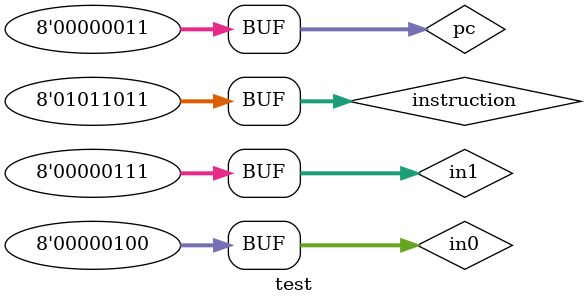
<source format=v>
module alu(
instruction,	//specifies the alu operation
pc,
in0, 		//first input
in1, 		//second input
out, 		//alu output
jump,
overflow);

input [7:0] instruction;
input [7:0] in0; 
input [7:0] in1;
input [7:0] pc;
	
output [7:0] out;
output [7:0] jump;
output overflow;

reg [7:0] out;
reg [7:0] jump;
reg overflow;
wire [3:0] opcode;
wire [1:0] imm2;
wire [3:0] imm4;


assign opcode = instruction[7:4];
assign imm2 = instruction [1:0];
assign imm4 = instruction [3:0];

always @(opcode) begin
  case (opcode)
    4'b0000 : // Move
    begin
    out = in0;
    overflow = 0;
    jump = 8'b0;
    end	
    
    4'b0001: // Signed ADD
    begin
    jump = 8'b0;
    out = $signed(in0) + $signed(in1);
      if ((in0 >= 0 && in1 >= 0 && out < 0) || (in0 < 0 && in1 < 0 && out >= 0)) 
	begin
	  overflow = 1;
	end else 
	begin
          overflow = 0;
	end
    end	
		
		4'b0010: // AND
		begin
		out = in0 & in1;
		overflow = 0;
    jump = 8'b0;
		end
			
		4'b0011: // NOT
		begin
		out = ~in0;
		overflow = 0;
    jump = 8'b0;
    end
		
		4'b0100: // NOR
		begin
		out = ~(in0 | in1);
		overflow = 0; 
    jump = 8'b0;
    end
    
    4'b0101: //Set Less Than
    begin
    jump = 8'b0;
    if ($signed(in0) > $signed(in1))
       out = 8'b1;
    else 
       out = 8'b0;
    end
    
    4'b0110: // Shift Left Logical
    begin
    out = in1 << imm2;
    overflow=0;
    jump = 8'b0;
    end
			
    4'b0111: // Shift Right Logical
    begin
    out = in1 >> imm2;
    overflow=0;
    jump = 8'b0;
    end
    
    4'b1000: // Jump
    begin
    out = in1 - pc - 1;
    jump = 8'b11111111;
    end
    
    4'b1001: // Jump and Link
    begin
    out = in1 - pc - 1;
    jump = 8'b11111111;
    end
    
    4'b1010: // Load Word
    begin
    jump = 8'b0;
    end
    
    4'b1011: // Store Word
    begin
    jump = 8'b0;
    end
    
    4'b1100: // Branch On Equal
    begin
    if (in1 == in0) begin
    	jump = 8'b11111111;
    end else
      jump = 8'b0;
   	end
		
    4'b1101: // Branch On Not Equal
    begin
    if (in1 != in0) begin
    	jump = 8'b11111111;
    end else
      jump = 8'b0;
   	end
    
    4'b1110: // Add Immediate
    begin
    out = $signed(imm2) + $signed(in1);
    jump = 0;
    end
    
    4'b1111: // Load Immediate
    begin
    out = $signed(imm2);
    jump = 8'b0;
    end
		
		default:
		begin
  	overflow = 0;
		end				
		
		endcase
		
	end

 endmodule
 
 // Testbench
 module test();
  reg [7:0] instruction;
  reg [7:0] in0;
  reg [7:0] in1;
  reg [7:0] pc;
  wire [7:0] out;
  wire [7:0] jump;
  wire overflow;
  
  alu ALU(
    .instruction(instruction),
    .in0(in0),
    .pc(pc),
    .in1(in1),
    .out(out),
    .jump(jump),
    .overflow(overflow));
 
  initial begin
    	instruction = 8'b0;
    	in0 = 8'b11111111;
    	in1 = 8'b111;
	pc = 8'b11;
    $monitor("instruction=%b, in0=%b, in1=%b, out=%b, jump=%b overflow=%b", instruction, in0, in1, out, jump, overflow);
 	#10 instruction = 8'b00011101;
    #10 instruction = 8'b00101101;
    #10 instruction = 8'b00111101;
    #10 instruction = 8'b01001101;
    #10 instruction = 8'b01011101;
    #10 instruction = 8'b01101101;  
    #10 instruction = 8'b01111101;
    #10 instruction = 8'b10001101;
    #10 instruction = 8'b10011101;
    #10 instruction = 8'b10101101;
    #10 instruction = 8'b10111101;
    #10 instruction = 8'b11001101;
    #10 instruction = 8'b11011101;
    #10 instruction = 8'b11101101;
    #10 instruction = 8'b11111101;
    #10 instruction = 8'b11101011;
    #10 instruction = 8'b11111011;
    #10 in0 = 8'b100;
    #10 instruction = 8'b01011011;
  end
endmodule

</source>
